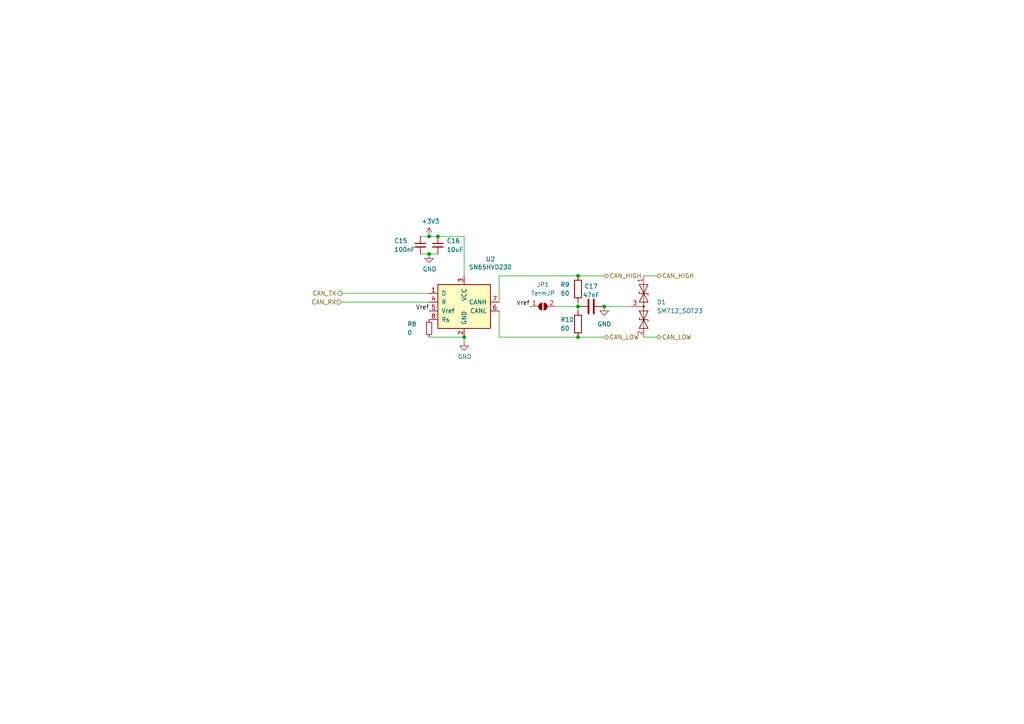
<source format=kicad_sch>
(kicad_sch (version 20231120) (generator "eeschema") (generator_version "8.0")
  (paper "A4")
  (lib_symbols
    (symbol "Device:C" (pin_numbers hide) (pin_names (offset 0.254))
      (property "Reference" "C" (at 0.635 2.54 0))
      (property "Value" "C" (at 0.635 -2.54 0))
      (symbol "C_0_1"
        (polyline (pts (xy -2.032 -0.762) (xy 2.032 -0.762)) (stroke (width 0.508)))
        (polyline (pts (xy -2.032 0.762) (xy 2.032 0.762)) (stroke (width 0.508)))
      )
      (symbol "C_1_1"
        (pin passive line (at 0 3.81 270) (length 2.794) (name "~") (number "1"))
        (pin passive line (at 0 -3.81 90) (length 2.794) (name "~") (number "2"))
      )
    )
    (symbol "Device:C_Small" (pin_numbers hide) (pin_names (offset 0.254) hide)
      (property "Reference" "C" (at 0.254 1.778 0))
      (property "Value" "C_Small" (at 0.254 -2.032 0))
      (symbol "C_Small_0_1"
        (polyline (pts (xy -1.524 -0.508) (xy 1.524 -0.508)) (stroke (width 0.3302)))
        (polyline (pts (xy -1.524 0.508) (xy 1.524 0.508)) (stroke (width 0.3048)))
      )
      (symbol "C_Small_1_1"
        (pin passive line (at 0 2.54 270) (length 2.032) (name "~") (number "1"))
        (pin passive line (at 0 -2.54 90) (length 2.032) (name "~") (number "2"))
      )
    )
    (symbol "Device:R" (pin_numbers hide) (pin_names (offset 0))
      (property "Reference" "R" (at 2.032 0 90))
      (property "Value" "R" (at 0 0 90))
      (symbol "R_0_1"
        (rectangle (start -1.016 -2.54) (end 1.016 2.54) (stroke (width 0.254)))
      )
      (symbol "R_1_1"
        (pin passive line (at 0 3.81 270) (length 1.27) (name "~") (number "1"))
        (pin passive line (at 0 -3.81 90) (length 1.27) (name "~") (number "2"))
      )
    )
    (symbol "Device:R_Small" (pin_numbers hide) (pin_names (offset 0.254) hide)
      (property "Reference" "R" (at 0.762 0.508 0))
      (property "Value" "R_Small" (at 0.762 -1.016 0))
      (symbol "R_Small_0_1"
        (rectangle (start -0.762 1.778) (end 0.762 -1.778) (stroke (width 0.2032)))
      )
      (symbol "R_Small_1_1"
        (pin passive line (at 0 2.54 270) (length 0.762) (name "~") (number "1"))
        (pin passive line (at 0 -2.54 90) (length 0.762) (name "~") (number "2"))
      )
    )
    (symbol "Diode:SM712_SOT23" (pin_names (offset 1.016) hide)
      (property "Reference" "D" (at 0 4.445 0))
      (property "Value" "SM712_SOT23" (at 0 2.54 0))
      (symbol "SM712_SOT23_0_0"
        (polyline (pts (xy 0 -1.27) (xy 0 0)))
      )
      (symbol "SM712_SOT23_0_1"
        (polyline (pts (xy -6.35 0) (xy 6.35 0)))
        (polyline (pts (xy -3.302 1.27) (xy -3.81 1.27) (xy -3.81 -1.27) (xy -4.318 -1.27)) (stroke (width 0.2032)))
        (polyline (pts (xy 4.318 1.27) (xy 3.81 1.27) (xy 3.81 -1.27) (xy 3.302 -1.27)) (stroke (width 0.2032)))
        (polyline (pts (xy -6.35 -1.27) (xy -1.27 1.27) (xy -1.27 -1.27) (xy -6.35 1.27) (xy -6.35 -1.27)) (stroke (width 0.2032)))
        (polyline (pts (xy 1.27 -1.27) (xy 1.27 1.27) (xy 6.35 -1.27) (xy 6.35 1.27) (xy 1.27 -1.27)) (stroke (width 0.2032)))
        (circle (center 0 0) (radius 0.254) (fill (type outline)))
      )
      (symbol "SM712_SOT23_1_1"
        (pin passive line (at -8.89 0 0) (length 2.54) (name "A1") (number "1"))
        (pin passive line (at 8.89 0 180) (length 2.54) (name "A2") (number "2"))
        (pin input line (at 0 -3.81 90) (length 2.54) (name "common") (number "3"))
      )
    )
    (symbol "Interface_CAN_LIN:SN65HVD230" (pin_names (offset 1.016))
      (property "Reference" "U" (at -2.54 10.16 0))
      (property "Value" "SN65HVD230" (at -2.54 7.62 0))
      (symbol "SN65HVD230_0_1"
        (rectangle (start -7.62 5.08) (end 7.62 -7.62) (stroke (width 0.254)) (fill (type background)))
      )
      (symbol "SN65HVD230_1_1"
        (pin input line (at -10.16 2.54 0) (length 2.54) (name "D") (number "1"))
        (pin power_in line (at 0 -10.16 90) (length 2.54) (name "GND") (number "2"))
        (pin power_in line (at 0 7.62 270) (length 2.54) (name "VCC") (number "3"))
        (pin output line (at -10.16 0 0) (length 2.54) (name "R") (number "4"))
        (pin output line (at -10.16 -2.54 0) (length 2.54) (name "Vref") (number "5"))
        (pin bidirectional line (at 10.16 -2.54 180) (length 2.54) (name "CANL") (number "6"))
        (pin bidirectional line (at 10.16 0 180) (length 2.54) (name "CANH") (number "7"))
        (pin input line (at -10.16 -5.08 0) (length 2.54) (name "Rs") (number "8"))
      )
    )
    (symbol "Jumper:SolderJumper_2_Open" (pin_names (offset 0) hide)
      (property "Reference" "JP" (at 0 2.032 0))
      (property "Value" "SolderJumper_2_Open" (at 0 -2.54 0))
      (symbol "SolderJumper_2_Open_0_1"
        (arc (start -0.254 1.016) (mid -1.2656 0) (end -0.254 -1.016))
        (arc (start -0.254 1.016) (mid -1.2656 0) (end -0.254 -1.016) (fill (type outline)))
        (polyline (pts (xy -0.254 1.016) (xy -0.254 -1.016)))
        (polyline (pts (xy 0.254 1.016) (xy 0.254 -1.016)))
        (arc (start 0.254 -1.016) (mid 1.2656 0) (end 0.254 1.016))
        (arc (start 0.254 -1.016) (mid 1.2656 0) (end 0.254 1.016) (fill (type outline)))
      )
      (symbol "SolderJumper_2_Open_1_1"
        (pin passive line (at -3.81 0 0) (length 2.54) (name "A") (number "1"))
        (pin passive line (at 3.81 0 180) (length 2.54) (name "B") (number "2"))
      )
    )
    (symbol "power:+3.3V" (power) (pin_names (offset 0))
      (property "Value" "+3.3V" (at 0 3.556 0))
      (symbol "+3.3V_0_1"
        (polyline (pts (xy -0.762 1.27) (xy 0 2.54)))
        (polyline (pts (xy 0 0) (xy 0 2.54)))
        (polyline (pts (xy 0 2.54) (xy 0.762 1.27)))
      )
      (symbol "+3.3V_1_1"
        (pin power_in line (at 0 0 90) (length 0) hide (name "+3V3") (number "1"))
      )
    )
    (symbol "power:GND" (power) (pin_names (offset 0))
      (property "Value" "GND" (at 0 -3.81 0))
      (symbol "GND_0_1"
        (polyline (pts (xy 0 0) (xy 0 -1.27) (xy 1.27 -1.27) (xy 0 -2.54) (xy -1.27 -1.27) (xy 0 -1.27)))
      )
      (symbol "GND_1_1"
        (pin power_in line (at 0 0 270) (length 0) hide (name "GND") (number "1"))
      )
    )
  )
  (junction (at 124.46 73.66))
  (junction (at 167.64 88.9))
  (junction (at 124.46 68.58))
  (junction (at 167.64 80.01))
  (junction (at 175.26 88.9))
  (junction (at 167.64 97.79))
  (junction (at 127 68.58))
  (junction (at 134.62 97.79))
  (wire (pts (xy 186.69 97.79) (xy 190.5 97.79)))
  (wire (pts (xy 134.62 68.58) (xy 134.62 80.01)))
  (wire (pts (xy 99.06 85.09) (xy 124.46 85.09)))
  (wire (pts (xy 121.92 73.66) (xy 124.46 73.66)))
  (wire (pts (xy 144.78 90.17) (xy 144.78 97.79)))
  (wire (pts (xy 124.46 68.58) (xy 127 68.58)))
  (wire (pts (xy 175.26 88.9) (xy 182.88 88.9)))
  (wire (pts (xy 99.06 87.63) (xy 124.46 87.63)))
  (wire (pts (xy 167.64 97.79) (xy 175.26 97.79)))
  (wire (pts (xy 124.46 73.66) (xy 127 73.66)))
  (wire (pts (xy 167.64 88.9) (xy 167.64 90.17)))
  (wire (pts (xy 186.69 80.01) (xy 190.5 80.01)))
  (wire (pts (xy 144.78 97.79) (xy 167.64 97.79)))
  (wire (pts (xy 167.64 87.63) (xy 167.64 88.9)))
  (wire (pts (xy 161.29 88.9) (xy 167.64 88.9)))
  (wire (pts (xy 124.46 97.79) (xy 134.62 97.79)))
  (wire (pts (xy 127 68.58) (xy 134.62 68.58)))
  (wire (pts (xy 121.92 68.58) (xy 124.46 68.58)))
  (wire (pts (xy 167.64 80.01) (xy 175.26 80.01)))
  (wire (pts (xy 134.62 99.06) (xy 134.62 97.79)))
  (wire (pts (xy 144.78 87.63) (xy 144.78 80.01)))
  (wire (pts (xy 144.78 80.01) (xy 167.64 80.01)))
  (label "Vref" (at 124.46 90.17 180))
  (label "Vref" (at 153.67 88.9 180))
  (hierarchical_label "CAN_RX" (shape input) (at 99.06 87.63 180))
  (hierarchical_label "CAN_HIGH" (shape bidirectional) (at 175.26 80.01 0))
  (hierarchical_label "CAN_TX" (shape output) (at 99.06 85.09 180))
  (hierarchical_label "CAN_HIGH" (shape bidirectional) (at 190.5 80.01 0))
  (hierarchical_label "CAN_LOW" (shape bidirectional) (at 190.5 97.79 0))
  (hierarchical_label "CAN_LOW" (shape bidirectional) (at 175.26 97.79 0))
  (symbol (lib_id "power:GND") (at 134.62 99.06 0) (unit 1)
    (property "Reference" "#PWR032" (effects (hide yes)))
    (property "Value" "GND" (at 134.747 103.4542 0))
  )
  (symbol (lib_id "power:+3.3V") (at 124.46 68.58 0) (unit 1)
    (property "Reference" "#PWR030" (effects (hide yes)))
    (property "Value" "+3V3" (at 124.841 64.1858 0))
  )
  (symbol (lib_id "Interface_CAN_LIN:SN65HVD230") (at 134.62 87.63 0) (unit 1)
    (property "Reference" "U2" (at 142.24 75.1586 0))
    (property "Value" "SN65HVD230" (at 142.24 77.47 0))
    (property "Footprint" "Package_SO:SOIC-8_3.9x4.9mm_P1.27mm" (effects (hide yes)))
    (property "Datasheet" "http://www.ti.com/lit/ds/symlink/sn65hvd230.pdf" (effects (hide yes)))
  )
  (symbol (lib_id "Device:C_Small") (at 127 71.12 0) (unit 1)
    (property "Reference" "C16" (at 129.54 69.8562 0) (effects (justify left)))
    (property "Value" "10uF" (at 129.54 72.3962 0) (effects (justify left)))
    (property "Footprint" "Capacitor_SMD:C_0402_1005Metric" (effects (hide yes)))
  )
  (symbol (lib_id "Diode:SM712_SOT23") (at 186.69 88.9 270) (unit 1)
    (property "Reference" "D1" (at 190.5 87.63 90) (effects (justify left)))
    (property "Value" "SM712_SOT23" (at 190.5 90.17 90) (effects (justify left)))
    (property "Footprint" "Package_TO_SOT_SMD:SOT-23" (effects (hide yes)))
    (property "Datasheet" "https://www.littelfuse.com/~/media/electronics/datasheets/tvs_diode_arrays/littelfuse_tvs_diode_array_sm712_datasheet.pdf.pdf" (effects (hide yes)))
  )
  (symbol (lib_id "power:GND") (at 175.26 88.9 0) (unit 1)
    (property "Reference" "#PWR033" (effects (hide yes)))
    (property "Value" "GND" (at 175.26 93.98 0))
  )
  (symbol (lib_id "Device:C_Small") (at 121.92 71.12 0) (unit 1)
    (property "Reference" "C15" (at 114.3 69.85 0) (effects (justify left)))
    (property "Value" "100nF" (at 114.3 72.39 0) (effects (justify left)))
    (property "Footprint" "Capacitor_SMD:C_0402_1005Metric" (effects (hide yes)))
  )
  (symbol (lib_id "Device:R_Small") (at 124.46 95.25 0) (unit 1)
    (property "Reference" "R8" (at 118.11 93.98 0) (effects (justify left)))
    (property "Value" "0" (at 118.11 96.52 0) (effects (justify left)))
    (property "Footprint" "Resistor_SMD:R_0402_1005Metric" (effects (hide yes)))
  )
  (symbol (lib_id "Device:R") (at 167.64 93.98 0) (unit 1)
    (property "Reference" "R10" (at 162.56 92.71 0) (effects (justify left)))
    (property "Value" "60" (at 162.56 95.25 0) (effects (justify left)))
    (property "Footprint" "Resistor_SMD:R_0603_1608Metric" (effects (hide yes)))
  )
  (symbol (lib_id "Device:R") (at 167.64 83.82 0) (unit 1)
    (property "Reference" "R9" (at 162.56 82.55 0) (effects (justify left)))
    (property "Value" "60" (at 162.56 85.09 0) (effects (justify left)))
    (property "Footprint" "Resistor_SMD:R_0603_1608Metric" (effects (hide yes)))
  )
  (symbol (lib_id "Device:C") (at 171.45 88.9 90) (unit 1)
    (property "Reference" "C17" (at 171.45 83.0412 90))
    (property "Value" "47nF" (at 171.45 85.5781 90))
    (property "Footprint" "Capacitor_SMD:C_0402_1005Metric" (effects (hide yes)))
  )
  (symbol (lib_id "power:GND") (at 124.46 73.66 0) (unit 1)
    (property "Reference" "#PWR031" (effects (hide yes)))
    (property "Value" "GND" (at 124.587 78.0542 0))
  )
  (symbol (lib_id "Jumper:SolderJumper_2_Open") (at 157.48 88.9 0) (unit 1)
    (property "Reference" "JP1" (at 157.48 82.55 0))
    (property "Value" "TermJP" (at 157.48 85.09 0))
    (property "Footprint" "iclr:SmallerSolderJP" (effects (hide yes)))
  )
)
</source>
